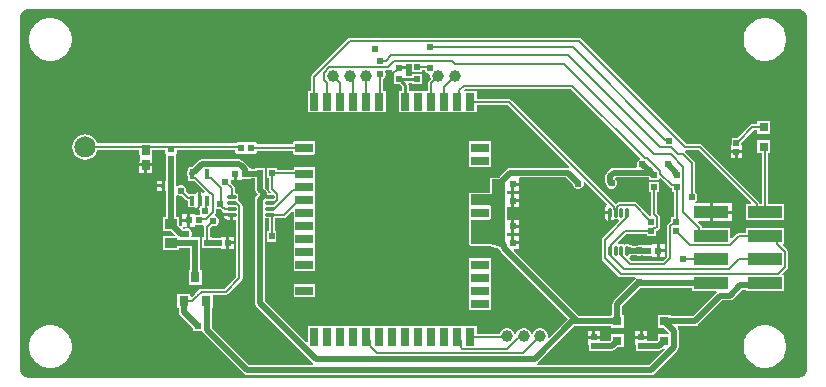
<source format=gtl>
G04*
G04 #@! TF.GenerationSoftware,Altium Limited,Altium Designer,24.4.1 (13)*
G04*
G04 Layer_Physical_Order=1*
G04 Layer_Color=255*
%FSLAX44Y44*%
%MOMM*%
G71*
G04*
G04 #@! TF.SameCoordinates,045E0543-E0AC-4246-A88E-993A7DB0923D*
G04*
G04*
G04 #@! TF.FilePolarity,Positive*
G04*
G01*
G75*
%ADD10C,0.5080*%
%ADD15C,0.1778*%
%ADD16R,2.9500X1.0200*%
%ADD17R,0.5811X0.4725*%
%ADD18R,0.5000X0.6000*%
%ADD19R,1.0000X0.9000*%
%ADD20C,1.0000*%
%ADD21R,1.1000X1.1000*%
%ADD22R,1.5000X0.8000*%
%ADD23R,0.8000X1.5000*%
G04:AMPARAMS|DCode=24|XSize=0.3mm|YSize=0.8mm|CornerRadius=0.0495mm|HoleSize=0mm|Usage=FLASHONLY|Rotation=0.000|XOffset=0mm|YOffset=0mm|HoleType=Round|Shape=RoundedRectangle|*
%AMROUNDEDRECTD24*
21,1,0.3000,0.7010,0,0,0.0*
21,1,0.2010,0.8000,0,0,0.0*
1,1,0.0990,0.1005,-0.3505*
1,1,0.0990,-0.1005,-0.3505*
1,1,0.0990,-0.1005,0.3505*
1,1,0.0990,0.1005,0.3505*
%
%ADD24ROUNDEDRECTD24*%
G04:AMPARAMS|DCode=25|XSize=0.4mm|YSize=0.85mm|CornerRadius=0.05mm|HoleSize=0mm|Usage=FLASHONLY|Rotation=180.000|XOffset=0mm|YOffset=0mm|HoleType=Round|Shape=RoundedRectangle|*
%AMROUNDEDRECTD25*
21,1,0.4000,0.7500,0,0,180.0*
21,1,0.3000,0.8500,0,0,180.0*
1,1,0.1000,-0.1500,0.3750*
1,1,0.1000,0.1500,0.3750*
1,1,0.1000,0.1500,-0.3750*
1,1,0.1000,-0.1500,-0.3750*
%
%ADD25ROUNDEDRECTD25*%
%ADD26R,0.6000X0.6200*%
%ADD27R,0.4725X0.5811*%
G04:AMPARAMS|DCode=28|XSize=0.3mm|YSize=0.8mm|CornerRadius=0.0495mm|HoleSize=0mm|Usage=FLASHONLY|Rotation=90.000|XOffset=0mm|YOffset=0mm|HoleType=Round|Shape=RoundedRectangle|*
%AMROUNDEDRECTD28*
21,1,0.3000,0.7010,0,0,90.0*
21,1,0.2010,0.8000,0,0,90.0*
1,1,0.0990,0.3505,0.1005*
1,1,0.0990,0.3505,-0.1005*
1,1,0.0990,-0.3505,-0.1005*
1,1,0.0990,-0.3505,0.1005*
%
%ADD28ROUNDEDRECTD28*%
%ADD29R,0.8000X0.8000*%
%ADD30R,0.6000X0.5000*%
%ADD31R,0.6200X0.6000*%
%ADD32R,0.6153X0.5725*%
%ADD33R,0.4541X0.3627*%
%ADD34R,0.6500X0.8500*%
%ADD35R,5.0000X1.0000*%
%ADD36R,0.5725X0.6153*%
%ADD37R,0.8000X0.9000*%
%ADD51C,0.0127*%
%ADD52C,0.2032*%
%ADD53C,0.1524*%
%ADD54C,0.2540*%
%ADD55C,0.6096*%
G36*
X661748Y314900D02*
X663333Y314585D01*
X664827Y313967D01*
X666171Y313069D01*
X667315Y311927D01*
X668213Y310584D01*
X668833Y309091D01*
X669150Y307506D01*
X669150Y306698D01*
X669120Y10150D01*
X669120Y10150D01*
X669120Y10150D01*
X669120Y9402D01*
X668829Y7934D01*
X668256Y6552D01*
X667426Y5308D01*
X666368Y4249D01*
X665125Y3417D01*
X663743Y2844D01*
X662275Y2550D01*
X661528Y2550D01*
X10450Y2590D01*
X10450Y2590D01*
X10450Y2590D01*
X9676D01*
X8157Y2892D01*
X6727Y3484D01*
X5439Y4344D01*
X4344Y5439D01*
X3484Y6727D01*
X2892Y8157D01*
X2590Y9676D01*
Y10450D01*
X2590Y10450D01*
X2590Y10450D01*
X2570Y306760D01*
X2570Y307559D01*
X2881Y309127D01*
X3493Y310604D01*
X4380Y311934D01*
X5510Y313065D01*
X6839Y313954D01*
X8315Y314566D01*
X9883Y314880D01*
X10682Y314880D01*
X660940Y314900D01*
X661748Y314900D01*
D02*
G37*
%LPC*%
G36*
X635037Y307050D02*
X631983D01*
X631733Y307000D01*
X631478D01*
X628484Y306404D01*
X628248Y306307D01*
X627998Y306257D01*
X625177Y305089D01*
X624965Y304947D01*
X624729Y304849D01*
X622191Y303153D01*
X622010Y302973D01*
X621798Y302831D01*
X619639Y300672D01*
X619497Y300460D01*
X619317Y300280D01*
X617621Y297741D01*
X617523Y297505D01*
X617381Y297293D01*
X616213Y294472D01*
X616163Y294222D01*
X616066Y293986D01*
X615470Y290992D01*
Y290737D01*
X615420Y290487D01*
Y287433D01*
X615470Y287183D01*
Y286928D01*
X616066Y283934D01*
X616163Y283698D01*
X616213Y283448D01*
X617381Y280627D01*
X617523Y280415D01*
X617621Y280179D01*
X619317Y277640D01*
X619497Y277460D01*
X619639Y277248D01*
X621798Y275089D01*
X622010Y274947D01*
X622191Y274767D01*
X624729Y273071D01*
X624965Y272973D01*
X625177Y272831D01*
X627998Y271663D01*
X628248Y271613D01*
X628484Y271516D01*
X631478Y270920D01*
X631733D01*
X631983Y270870D01*
X635037D01*
X635287Y270920D01*
X635542D01*
X638536Y271516D01*
X638772Y271613D01*
X639022Y271663D01*
X641843Y272831D01*
X642055Y272973D01*
X642291Y273071D01*
X644829Y274767D01*
X645010Y274947D01*
X645222Y275089D01*
X647381Y277248D01*
X647523Y277460D01*
X647703Y277640D01*
X649399Y280179D01*
X649497Y280415D01*
X649639Y280627D01*
X650807Y283448D01*
X650857Y283698D01*
X650954Y283934D01*
X651550Y286928D01*
Y287183D01*
X651600Y287433D01*
Y290487D01*
X651550Y290737D01*
Y290992D01*
X650954Y293986D01*
X650857Y294222D01*
X650807Y294472D01*
X649639Y297293D01*
X649497Y297505D01*
X649399Y297741D01*
X647703Y300280D01*
X647523Y300460D01*
X647381Y300672D01*
X645222Y302831D01*
X645010Y302973D01*
X644829Y303153D01*
X642291Y304849D01*
X642055Y304947D01*
X641843Y305089D01*
X639022Y306257D01*
X638772Y306307D01*
X638536Y306404D01*
X635542Y307000D01*
X635287D01*
X635037Y307050D01*
D02*
G37*
G36*
X30037D02*
X26983D01*
X26733Y307000D01*
X26478D01*
X23484Y306404D01*
X23248Y306307D01*
X22998Y306257D01*
X20177Y305089D01*
X19965Y304947D01*
X19729Y304849D01*
X17191Y303153D01*
X17010Y302973D01*
X16798Y302831D01*
X14639Y300672D01*
X14497Y300460D01*
X14317Y300280D01*
X12621Y297741D01*
X12523Y297505D01*
X12381Y297293D01*
X11213Y294472D01*
X11163Y294222D01*
X11066Y293986D01*
X10470Y290992D01*
Y290737D01*
X10420Y290487D01*
Y287433D01*
X10470Y287183D01*
Y286928D01*
X11066Y283934D01*
X11163Y283698D01*
X11213Y283448D01*
X12381Y280627D01*
X12523Y280415D01*
X12621Y280179D01*
X14317Y277640D01*
X14497Y277460D01*
X14639Y277248D01*
X16798Y275089D01*
X17010Y274947D01*
X17191Y274767D01*
X19729Y273071D01*
X19965Y272973D01*
X20177Y272831D01*
X22998Y271663D01*
X23248Y271613D01*
X23484Y271516D01*
X26478Y270920D01*
X26733D01*
X26983Y270870D01*
X30037D01*
X30287Y270920D01*
X30542D01*
X33536Y271516D01*
X33772Y271613D01*
X34022Y271663D01*
X36843Y272831D01*
X37055Y272973D01*
X37291Y273071D01*
X39829Y274767D01*
X40010Y274947D01*
X40222Y275089D01*
X42381Y277248D01*
X42523Y277460D01*
X42703Y277640D01*
X44399Y280179D01*
X44497Y280415D01*
X44639Y280627D01*
X45807Y283448D01*
X45857Y283698D01*
X45954Y283934D01*
X46550Y286928D01*
Y287183D01*
X46600Y287433D01*
Y290487D01*
X46550Y290737D01*
Y290992D01*
X45954Y293986D01*
X45857Y294222D01*
X45807Y294472D01*
X44639Y297293D01*
X44497Y297505D01*
X44399Y297741D01*
X42703Y300280D01*
X42523Y300460D01*
X42381Y300672D01*
X40222Y302831D01*
X40010Y302973D01*
X39829Y303153D01*
X37291Y304849D01*
X37055Y304947D01*
X36843Y305089D01*
X34022Y306257D01*
X33772Y306307D01*
X33536Y306404D01*
X30542Y307000D01*
X30287D01*
X30037Y307050D01*
D02*
G37*
G36*
X638238Y220276D02*
X627190D01*
Y217342D01*
X622880D01*
X621889Y217145D01*
X621049Y216583D01*
X610113Y205647D01*
X605460D01*
Y199353D01*
X604444D01*
Y195177D01*
X609346D01*
X614248D01*
Y199353D01*
X613232D01*
Y201442D01*
X623953Y212162D01*
X627190D01*
Y209228D01*
X638238D01*
Y220276D01*
D02*
G37*
G36*
X475996Y290626D02*
X282504D01*
X281513Y290429D01*
X280673Y289867D01*
X250099Y259293D01*
X249537Y258453D01*
X249340Y257462D01*
Y245344D01*
X246406D01*
Y227296D01*
X312454D01*
Y245344D01*
X310438D01*
Y255886D01*
X310438Y255886D01*
X311724Y257172D01*
X312420Y258853D01*
Y260671D01*
X312081Y261490D01*
X312929Y262760D01*
X314558D01*
X315549Y262957D01*
X316389Y263519D01*
X317037Y264166D01*
X318210Y263680D01*
Y259410D01*
X319226D01*
Y251226D01*
X324345D01*
X326081Y249490D01*
Y245344D01*
X323406D01*
Y227296D01*
X389454D01*
Y233730D01*
X415671D01*
X467977Y181424D01*
X467352Y180254D01*
X466518Y180420D01*
X417949D01*
X416363Y180104D01*
X415019Y179206D01*
X409896Y174083D01*
X408998Y172739D01*
X408949Y172493D01*
X408541Y172085D01*
X402302D01*
X401136Y171602D01*
X400652Y170436D01*
Y159385D01*
X384522D01*
X383356Y158902D01*
X382872Y157736D01*
Y148846D01*
X383356Y147679D01*
X383406Y147658D01*
Y137333D01*
X383356Y137312D01*
X382872Y136146D01*
Y115850D01*
X383356Y114684D01*
X384522Y114200D01*
X400775D01*
X406166Y112477D01*
Y112216D01*
X406983D01*
X408764Y111647D01*
X408998Y110471D01*
X409896Y109127D01*
X466668Y52355D01*
X450891Y36578D01*
X449753Y37236D01*
X449754Y37241D01*
Y38959D01*
X449309Y40618D01*
X448451Y42106D01*
X447236Y43320D01*
X445748Y44179D01*
X444089Y44624D01*
X442371D01*
X440712Y44179D01*
X439224Y43320D01*
X438009Y42106D01*
X437151Y40618D01*
X436902Y39692D01*
X435588D01*
X435339Y40618D01*
X434481Y42106D01*
X433266Y43320D01*
X431778Y44179D01*
X430119Y44624D01*
X428401D01*
X426742Y44179D01*
X425254Y43320D01*
X424039Y42106D01*
X423181Y40618D01*
X422932Y39692D01*
X421618D01*
X421369Y40618D01*
X420510Y42106D01*
X419296Y43320D01*
X417808Y44179D01*
X416149Y44624D01*
X414431D01*
X412772Y44179D01*
X411284Y43320D01*
X410070Y42106D01*
X409211Y40618D01*
X409021Y39910D01*
X389454D01*
Y46344D01*
X246406D01*
Y33116D01*
X245233Y32630D01*
X209964Y67899D01*
Y122428D01*
Y136984D01*
X210615Y137519D01*
X213230D01*
Y126952D01*
X211796D01*
Y117904D01*
X219844D01*
Y126952D01*
X218410D01*
Y137675D01*
X218413Y137675D01*
X218887Y137992D01*
X226600D01*
X227591Y138189D01*
X228431Y138751D01*
X233233Y143552D01*
X234406Y143066D01*
Y136796D01*
Y125796D01*
Y114796D01*
Y103796D01*
Y92796D01*
X252454D01*
Y103796D01*
Y114796D01*
Y125796D01*
Y136796D01*
Y147796D01*
Y158796D01*
Y169796D01*
Y180844D01*
X234406D01*
Y178612D01*
X220098D01*
Y180546D01*
X212050D01*
Y171498D01*
X213484D01*
Y162430D01*
X213681Y161439D01*
X214243Y160599D01*
X215023Y159819D01*
X214537Y158646D01*
X214403D01*
X213186Y158750D01*
X212870Y160336D01*
X211972Y161680D01*
X210218Y163434D01*
Y176022D01*
X210098Y176623D01*
Y180546D01*
X202050D01*
Y179631D01*
X198055D01*
Y179873D01*
X196915D01*
X196746Y180725D01*
X195848Y182069D01*
X192574Y185343D01*
X191229Y186241D01*
X191029Y186281D01*
X190986Y186324D01*
X189642Y187222D01*
X188056Y187538D01*
X156754D01*
X156754Y187538D01*
X155168Y187222D01*
X153824Y186324D01*
X148394Y180894D01*
X146940D01*
X146150Y180737D01*
X145481Y180289D01*
X145033Y179620D01*
X144876Y178830D01*
Y178232D01*
X144612Y177836D01*
X144296Y176250D01*
Y175080D01*
X144612Y173494D01*
X144876Y173098D01*
Y171330D01*
X145033Y170540D01*
X145481Y169871D01*
X146150Y169423D01*
X146940Y169266D01*
X149373D01*
X149424Y169256D01*
X150169D01*
X159112Y160314D01*
X159115Y160304D01*
X158706Y158923D01*
X158194Y158814D01*
X157626Y159194D01*
X156440Y159430D01*
X156210D01*
Y152580D01*
X153670D01*
Y159430D01*
X153440D01*
X152254Y159194D01*
X151248Y158522D01*
X150956Y158085D01*
X150730Y158237D01*
X149940Y158394D01*
X146940D01*
X146150Y158237D01*
X145700Y157936D01*
X143764Y159873D01*
X143764Y159873D01*
Y161691D01*
X143068Y163372D01*
X141782Y164658D01*
X140101Y165354D01*
X138283D01*
X136602Y164658D01*
X136224Y164279D01*
X134954Y164806D01*
Y182884D01*
X135196D01*
Y191751D01*
X135508Y192218D01*
X135660Y192979D01*
Y195049D01*
X184960D01*
Y194242D01*
X185112Y193481D01*
X185424Y193014D01*
Y192718D01*
X185720D01*
X186187Y192406D01*
X186948Y192254D01*
X193101D01*
X193862Y192406D01*
X194310Y192705D01*
X194758Y192406D01*
X195519Y192254D01*
X201672D01*
X202433Y192406D01*
X202900Y192718D01*
X203196D01*
Y193014D01*
X203508Y193481D01*
X203642Y194154D01*
X233943D01*
Y193320D01*
X234094Y192560D01*
X234406Y192092D01*
Y191796D01*
X234702D01*
X235170Y191484D01*
X235930Y191333D01*
X250930D01*
X251691Y191484D01*
X252158Y191796D01*
X252454D01*
Y192092D01*
X252766Y192560D01*
X252917Y193320D01*
Y201320D01*
X252766Y202080D01*
X252454Y202548D01*
Y202844D01*
X252158D01*
X251691Y203156D01*
X250930Y203307D01*
X235930D01*
X235170Y203156D01*
X234702Y202844D01*
X234406D01*
Y202548D01*
X234094Y202080D01*
X233943Y201320D01*
Y200054D01*
X203642D01*
X203508Y200727D01*
X203196Y201194D01*
Y201490D01*
X202900D01*
X202433Y201802D01*
X201672Y201954D01*
X195519D01*
X194758Y201802D01*
X194310Y201503D01*
X193862Y201802D01*
X193101Y201954D01*
X186948D01*
X186187Y201802D01*
X185720Y201490D01*
X185424D01*
Y201194D01*
X185260Y200949D01*
X134462D01*
X134433Y200968D01*
X133672Y201120D01*
X127948D01*
X127187Y200968D01*
X127158Y200949D01*
X114000D01*
X113994Y200958D01*
Y201254D01*
X113698D01*
X113230Y201566D01*
X112470Y201717D01*
X105970D01*
X105210Y201566D01*
X104742Y201254D01*
X104446D01*
Y200958D01*
X104440Y200949D01*
X68230D01*
X68213Y201031D01*
X67337Y203147D01*
X67192Y203363D01*
X67077Y203596D01*
X65683Y205413D01*
X65488Y205585D01*
X65316Y205780D01*
X63499Y207175D01*
X63266Y207290D01*
X63050Y207434D01*
X60933Y208311D01*
X60678Y208361D01*
X60432Y208445D01*
X58161Y208744D01*
X57902Y208727D01*
X57642Y208744D01*
X55371Y208445D01*
X55125Y208361D01*
X54870Y208311D01*
X52754Y207434D01*
X52538Y207290D01*
X52305Y207175D01*
X50487Y205780D01*
X50316Y205585D01*
X50121Y205413D01*
X48726Y203596D01*
X48611Y203363D01*
X48467Y203147D01*
X47590Y201031D01*
X47539Y200776D01*
X47456Y200529D01*
X47157Y198258D01*
X47174Y197999D01*
X47157Y197740D01*
X47456Y195469D01*
X47539Y195222D01*
X47590Y194968D01*
X48467Y192851D01*
X48611Y192635D01*
X48726Y192402D01*
X50121Y190585D01*
X50316Y190413D01*
X50487Y190218D01*
X52305Y188823D01*
X52538Y188708D01*
X52754Y188564D01*
X54870Y187687D01*
X55125Y187637D01*
X55371Y187553D01*
X57642Y187254D01*
X57902Y187271D01*
X58161Y187254D01*
X60432Y187553D01*
X60678Y187637D01*
X60933Y187687D01*
X63050Y188564D01*
X63266Y188708D01*
X63499Y188823D01*
X65316Y190218D01*
X65487Y190413D01*
X65683Y190585D01*
X67077Y192402D01*
X67192Y192635D01*
X67337Y192851D01*
X68213Y194968D01*
X68230Y195049D01*
X103983D01*
Y191230D01*
X104020Y191040D01*
X103430Y189770D01*
X103430D01*
Y184250D01*
X109220D01*
X115010D01*
Y189770D01*
X115010Y189770D01*
X114420Y191040D01*
X114457Y191230D01*
Y195049D01*
X125960D01*
Y192979D01*
X126112Y192218D01*
X126424Y191751D01*
Y182884D01*
X126666D01*
Y169454D01*
X125227D01*
Y165100D01*
Y160746D01*
X126666D01*
Y138484D01*
X124286D01*
Y126436D01*
X130974D01*
X133753Y123657D01*
X133267Y122484D01*
X124286D01*
Y110436D01*
X137334D01*
Y112696D01*
X146986D01*
Y93494D01*
X145606D01*
Y81446D01*
X156654D01*
Y93494D01*
X155274D01*
Y116018D01*
X155354Y116420D01*
Y116840D01*
X155234Y117441D01*
Y121364D01*
X148793D01*
X147956Y122634D01*
X148336Y123551D01*
Y125369D01*
X147640Y127050D01*
X146354Y128336D01*
X144673Y129032D01*
X142855D01*
X141820Y128604D01*
X140906D01*
X140436Y129219D01*
X141037Y130488D01*
X144304D01*
Y134620D01*
X139958D01*
Y131646D01*
X139958Y130968D01*
X138720Y130410D01*
X137334Y131796D01*
Y138484D01*
X134954D01*
Y156758D01*
X136224Y157285D01*
X136602Y156906D01*
X138283Y156210D01*
X140101D01*
X140101Y156210D01*
X142984Y153328D01*
X143824Y152766D01*
X144815Y152569D01*
X144876D01*
Y148830D01*
X145033Y148040D01*
X145481Y147371D01*
X146150Y146923D01*
X146940Y146766D01*
X149940D01*
X150730Y146923D01*
X150956Y147075D01*
X151248Y146638D01*
X152254Y145966D01*
X153440Y145730D01*
X154403D01*
X154940Y144927D01*
Y143109D01*
X155587Y141546D01*
X155128Y140276D01*
X151191D01*
Y141292D01*
X146844D01*
Y135890D01*
Y130488D01*
X151191D01*
Y131504D01*
X157528D01*
X158620Y130484D01*
X158620Y130286D01*
Y121364D01*
X157186D01*
Y117441D01*
X157066Y116840D01*
X157186Y116239D01*
Y112316D01*
X165234D01*
Y112696D01*
X171605D01*
X172200Y112815D01*
X173470Y111938D01*
Y111938D01*
X177645D01*
Y116840D01*
Y121742D01*
X173470D01*
Y121742D01*
X172200Y120865D01*
X171605Y120984D01*
X165234D01*
Y121364D01*
X163800D01*
Y129411D01*
X165211Y130822D01*
X165616Y130654D01*
X167435D01*
X169115Y131350D01*
X170401Y132637D01*
X171098Y134317D01*
Y136136D01*
X170401Y137816D01*
X169115Y139102D01*
X168297Y139441D01*
X168027Y140169D01*
X167950Y140960D01*
X168373Y141592D01*
X168570Y142583D01*
Y145494D01*
X169840Y146020D01*
X169876Y145984D01*
X171557Y145288D01*
X172614D01*
X174151Y143751D01*
X174991Y143189D01*
X175531Y141852D01*
X182120D01*
Y140582D01*
X183390D01*
Y136483D01*
X185625D01*
X186070Y136117D01*
Y88234D01*
X175933Y78096D01*
X156574D01*
X155583Y77899D01*
X154743Y77338D01*
X150795Y73390D01*
X150513Y72967D01*
X148424Y70878D01*
X147154Y71405D01*
Y73494D01*
X136106D01*
Y61446D01*
X137496D01*
Y58363D01*
X137811Y56777D01*
X138709Y55433D01*
X149395Y44747D01*
Y42291D01*
X152344D01*
X153637Y42034D01*
X153825D01*
X155118Y42291D01*
X157199D01*
X157307Y41749D01*
X158205Y40405D01*
X192396Y6214D01*
X193740Y5316D01*
X195326Y5000D01*
X537363D01*
X538949Y5316D01*
X540293Y6214D01*
X559380Y25301D01*
X560278Y26645D01*
X560594Y28231D01*
Y42350D01*
X560278Y43936D01*
X559567Y45000D01*
X560010Y46270D01*
X574162D01*
X575748Y46586D01*
X577092Y47484D01*
X597600Y67992D01*
X604266D01*
X605852Y68308D01*
X607196Y69206D01*
X614530Y76540D01*
X617176D01*
Y76176D01*
X649724D01*
Y89424D01*
X648838D01*
X648352Y90597D01*
X652571Y94817D01*
X653133Y95657D01*
X653330Y96648D01*
Y108952D01*
X653133Y109943D01*
X652571Y110783D01*
X651083Y112271D01*
X651083Y112271D01*
X648352Y115003D01*
X648838Y116176D01*
X649724D01*
Y129424D01*
X617176D01*
Y125390D01*
X611392D01*
X610401Y125193D01*
X609561Y124631D01*
X605397Y120468D01*
X604224Y120954D01*
Y129424D01*
X580140D01*
Y129758D01*
X579943Y130749D01*
X579381Y131589D01*
X576984Y133987D01*
X577470Y135160D01*
X586680D01*
Y142800D01*
Y150440D01*
X574871D01*
X574581Y151062D01*
X574482Y151710D01*
X575630Y152858D01*
X576326Y154539D01*
Y156357D01*
X575630Y158038D01*
X574344Y159324D01*
X574344Y159324D01*
Y184658D01*
X574147Y185649D01*
X573585Y186489D01*
X566023Y194051D01*
X566044Y194230D01*
X566175Y194682D01*
X566551Y195276D01*
X577311D01*
X621990Y150597D01*
X621504Y149424D01*
X617176D01*
Y136176D01*
X649724D01*
Y149424D01*
X636040D01*
Y192728D01*
X638238D01*
Y203776D01*
X627190D01*
Y192728D01*
X630860D01*
Y149424D01*
X629082D01*
Y149758D01*
X628885Y150749D01*
X628324Y151589D01*
X580215Y199697D01*
X579375Y200259D01*
X578384Y200456D01*
X567239D01*
X477827Y289867D01*
X476987Y290429D01*
X475996Y290626D01*
D02*
G37*
G36*
X614248Y192637D02*
X610616D01*
Y188462D01*
X614248D01*
Y192637D01*
D02*
G37*
G36*
X608076D02*
X604444D01*
Y188462D01*
X608076D01*
Y192637D01*
D02*
G37*
G36*
X401454Y202844D02*
X383406D01*
Y191796D01*
Y180796D01*
X401454D01*
Y191796D01*
Y202844D01*
D02*
G37*
G36*
X115010Y181710D02*
X110490D01*
Y176190D01*
X115010D01*
Y181710D01*
D02*
G37*
G36*
X107950D02*
X103430D01*
Y176190D01*
X107950D01*
Y181710D01*
D02*
G37*
G36*
X122687Y169454D02*
X119146D01*
Y166370D01*
X122687D01*
Y169454D01*
D02*
G37*
G36*
X85440Y162185D02*
X59170D01*
Y161298D01*
X85440D01*
Y162185D01*
D02*
G37*
G36*
X56630D02*
X30360D01*
Y161298D01*
X56630D01*
Y162185D01*
D02*
G37*
G36*
X122687Y163830D02*
X119146D01*
Y160746D01*
X122687D01*
Y163830D01*
D02*
G37*
G36*
X605240Y150440D02*
X589220D01*
Y144070D01*
X605240D01*
Y150440D01*
D02*
G37*
G36*
X144304Y141292D02*
X139958D01*
Y137160D01*
X144304D01*
Y141292D01*
D02*
G37*
G36*
X180850Y139312D02*
X175573D01*
X175756Y138393D01*
X176427Y137389D01*
X177431Y136718D01*
X178615Y136483D01*
X180850D01*
Y139312D01*
D02*
G37*
G36*
X605240Y141530D02*
X589220D01*
Y135160D01*
X605240D01*
Y141530D01*
D02*
G37*
G36*
X184361Y121742D02*
X180185D01*
Y118110D01*
X184361D01*
Y121742D01*
D02*
G37*
G36*
Y115570D02*
X180185D01*
Y111938D01*
X184361D01*
Y115570D01*
D02*
G37*
G36*
X252454Y81844D02*
X234406D01*
Y70796D01*
X252454D01*
Y81844D01*
D02*
G37*
G36*
X401454Y103844D02*
X383406D01*
Y92796D01*
Y81796D01*
Y70796D01*
Y59796D01*
X401454D01*
Y70796D01*
Y81796D01*
Y92796D01*
Y103844D01*
D02*
G37*
G36*
X635037Y47050D02*
X631983D01*
X631733Y47000D01*
X631478D01*
X628484Y46404D01*
X628248Y46307D01*
X627998Y46257D01*
X625177Y45089D01*
X624965Y44947D01*
X624729Y44849D01*
X622191Y43153D01*
X622010Y42973D01*
X621798Y42831D01*
X619639Y40672D01*
X619497Y40460D01*
X619317Y40279D01*
X617621Y37741D01*
X617523Y37505D01*
X617381Y37293D01*
X616213Y34472D01*
X616163Y34222D01*
X616066Y33986D01*
X615470Y30992D01*
Y30737D01*
X615420Y30487D01*
Y27433D01*
X615470Y27183D01*
Y26928D01*
X616066Y23934D01*
X616163Y23698D01*
X616213Y23448D01*
X617381Y20627D01*
X617523Y20415D01*
X617621Y20179D01*
X619317Y17641D01*
X619497Y17460D01*
X619639Y17248D01*
X621798Y15089D01*
X622010Y14947D01*
X622191Y14767D01*
X624729Y13071D01*
X624965Y12973D01*
X625177Y12831D01*
X627998Y11663D01*
X628248Y11613D01*
X628484Y11516D01*
X631478Y10920D01*
X631733D01*
X631983Y10870D01*
X635037D01*
X635287Y10920D01*
X635542D01*
X638536Y11516D01*
X638772Y11613D01*
X639022Y11663D01*
X641843Y12831D01*
X642055Y12973D01*
X642291Y13071D01*
X644829Y14767D01*
X645010Y14947D01*
X645222Y15089D01*
X647381Y17248D01*
X647523Y17460D01*
X647703Y17641D01*
X649399Y20179D01*
X649497Y20415D01*
X649639Y20627D01*
X650807Y23448D01*
X650857Y23698D01*
X650954Y23934D01*
X651550Y26928D01*
Y27183D01*
X651600Y27433D01*
Y30487D01*
X651550Y30737D01*
Y30992D01*
X650954Y33986D01*
X650857Y34222D01*
X650807Y34472D01*
X649639Y37293D01*
X649497Y37505D01*
X649399Y37741D01*
X647703Y40279D01*
X647523Y40460D01*
X647381Y40672D01*
X645222Y42831D01*
X645010Y42973D01*
X644829Y43153D01*
X642291Y44849D01*
X642055Y44947D01*
X641843Y45089D01*
X639022Y46257D01*
X638772Y46307D01*
X638536Y46404D01*
X635542Y47000D01*
X635287D01*
X635037Y47050D01*
D02*
G37*
G36*
X30037D02*
X26983D01*
X26733Y47000D01*
X26478D01*
X23484Y46404D01*
X23248Y46307D01*
X22998Y46257D01*
X20177Y45089D01*
X19965Y44947D01*
X19729Y44849D01*
X17191Y43153D01*
X17010Y42973D01*
X16798Y42831D01*
X14639Y40672D01*
X14497Y40460D01*
X14317Y40279D01*
X12621Y37741D01*
X12523Y37505D01*
X12381Y37293D01*
X11213Y34472D01*
X11163Y34222D01*
X11066Y33986D01*
X10470Y30992D01*
Y30737D01*
X10420Y30487D01*
Y27433D01*
X10470Y27183D01*
Y26928D01*
X11066Y23934D01*
X11163Y23698D01*
X11213Y23448D01*
X12381Y20627D01*
X12523Y20415D01*
X12621Y20179D01*
X14317Y17641D01*
X14497Y17460D01*
X14639Y17248D01*
X16798Y15089D01*
X17010Y14947D01*
X17191Y14767D01*
X19729Y13071D01*
X19965Y12973D01*
X20177Y12831D01*
X22998Y11663D01*
X23248Y11613D01*
X23484Y11516D01*
X26478Y10920D01*
X26733D01*
X26983Y10870D01*
X30037D01*
X30287Y10920D01*
X30542D01*
X33536Y11516D01*
X33772Y11613D01*
X34022Y11663D01*
X36843Y12831D01*
X37055Y12973D01*
X37291Y13071D01*
X39829Y14767D01*
X40010Y14947D01*
X40222Y15089D01*
X42381Y17248D01*
X42523Y17460D01*
X42703Y17641D01*
X44399Y20179D01*
X44497Y20415D01*
X44639Y20627D01*
X45807Y23448D01*
X45857Y23698D01*
X45954Y23934D01*
X46550Y26928D01*
Y27183D01*
X46600Y27433D01*
Y30487D01*
X46550Y30737D01*
Y30992D01*
X45954Y33986D01*
X45857Y34222D01*
X45807Y34472D01*
X44639Y37293D01*
X44497Y37505D01*
X44399Y37741D01*
X42703Y40279D01*
X42523Y40460D01*
X42381Y40672D01*
X40222Y42831D01*
X40010Y42973D01*
X39829Y43153D01*
X37291Y44849D01*
X37055Y44947D01*
X36843Y45089D01*
X34022Y46257D01*
X33772Y46307D01*
X33536Y46404D01*
X30542Y47000D01*
X30287D01*
X30037Y47050D01*
D02*
G37*
%LPD*%
G36*
X334566Y261326D02*
X343614D01*
Y262760D01*
X345600D01*
X345882Y262078D01*
X347168Y260792D01*
X348849Y260096D01*
X349414D01*
X350388Y258826D01*
X350346Y258669D01*
Y256951D01*
X350769Y255372D01*
X349099Y253701D01*
X348537Y252861D01*
X348340Y251870D01*
Y245344D01*
X331779D01*
Y250670D01*
X331779Y250670D01*
X331667Y251231D01*
X332478Y252501D01*
X334566D01*
Y251326D01*
X343614D01*
Y259374D01*
X334566D01*
Y258199D01*
X329632D01*
X329490Y259410D01*
X329490D01*
Y263680D01*
X323850D01*
Y266220D01*
X329490D01*
Y267900D01*
X334566D01*
Y261326D01*
D02*
G37*
G36*
X60421Y206303D02*
X61992Y205652D01*
X63407Y204707D01*
X64610Y203504D01*
X65555Y202090D01*
X66206Y200518D01*
X66538Y198850D01*
Y197999D01*
Y197148D01*
X66206Y195480D01*
X65555Y193908D01*
X64610Y192494D01*
X63407Y191291D01*
X61992Y190346D01*
X60421Y189695D01*
X58752Y189363D01*
X57051D01*
X55383Y189695D01*
X53811Y190346D01*
X52397Y191291D01*
X51194Y192494D01*
X50249Y193908D01*
X49598Y195480D01*
X49266Y197148D01*
Y197999D01*
Y198850D01*
X49598Y200518D01*
X50249Y202090D01*
X51194Y203504D01*
X52397Y204707D01*
X53811Y205652D01*
X55383Y206303D01*
X57051Y206635D01*
X58752D01*
X60421Y206303D01*
D02*
G37*
G36*
X527991Y188690D02*
X527693Y187192D01*
X527254Y187010D01*
X525968Y185724D01*
X525272Y184043D01*
Y182225D01*
X525494Y181690D01*
X524645Y180420D01*
X505416D01*
X503831Y180104D01*
X502486Y179206D01*
X499511Y176230D01*
X498612Y174886D01*
X498297Y173300D01*
Y168648D01*
X498612Y167063D01*
X499110Y166318D01*
Y166223D01*
X499806Y164542D01*
X501092Y163256D01*
X502773Y162560D01*
X504591D01*
X506272Y163256D01*
X507558Y164542D01*
X508254Y166223D01*
Y168041D01*
X507558Y169722D01*
X506584Y170695D01*
Y171584D01*
X507133Y172132D01*
X534972D01*
Y170140D01*
X538636D01*
X539036Y170060D01*
X539456D01*
X539856Y170140D01*
X544020D01*
Y171002D01*
X545193Y171488D01*
X552912Y163769D01*
X553753Y163208D01*
X554530Y163053D01*
Y160140D01*
X556464D01*
Y138895D01*
X554406D01*
Y135096D01*
X553886Y134993D01*
X553046Y134431D01*
X551558Y132943D01*
X550997Y132103D01*
X550800Y131112D01*
Y104882D01*
X547313Y101396D01*
X520727D01*
X518624Y103498D01*
X518748Y104352D01*
X518979Y104939D01*
X519485Y105277D01*
X519931Y105945D01*
X519960Y106092D01*
X525319D01*
X526184Y105734D01*
X528003D01*
X528868Y106092D01*
X530043D01*
Y105850D01*
X537598D01*
Y104834D01*
X541945D01*
Y110236D01*
Y115638D01*
X537598D01*
Y114622D01*
X530043D01*
Y114622D01*
X528773Y114559D01*
X528003Y114878D01*
X526184D01*
X524981Y114380D01*
X521050D01*
X520762Y114572D01*
X519772Y114769D01*
X519485Y115199D01*
X518817Y115645D01*
X518029Y115801D01*
X516019D01*
X515231Y115645D01*
X514563Y115199D01*
X514485D01*
X513817Y115645D01*
X513029Y115801D01*
X511019D01*
X510231Y115645D01*
X510154Y115593D01*
X509193Y115943D01*
X508931Y117284D01*
X516211Y124565D01*
X533578D01*
Y122725D01*
X541350D01*
Y126524D01*
X541870Y126627D01*
X542710Y127189D01*
X544198Y128677D01*
X544759Y129517D01*
X544956Y130508D01*
Y138423D01*
X544759Y139414D01*
X544198Y140254D01*
X542086Y142366D01*
Y160140D01*
X544020D01*
Y168188D01*
X534972D01*
Y160140D01*
X536906D01*
Y141293D01*
X537103Y140302D01*
X537139Y140249D01*
X536152Y139440D01*
X524983Y150609D01*
X524142Y151171D01*
X523151Y151368D01*
X509762D01*
X508771Y151171D01*
X507931Y150609D01*
X507024Y149703D01*
X418575Y238151D01*
X417735Y238713D01*
X416744Y238910D01*
X389454D01*
Y240796D01*
X389504Y241046D01*
X389454Y241296D01*
Y245344D01*
X379151D01*
X378679Y246450D01*
X379418Y247346D01*
X469335D01*
X527991Y188690D01*
D02*
G37*
G36*
X413732Y114556D02*
X415366Y112922D01*
Y112216D01*
X416072D01*
X417796Y110491D01*
X409266Y113218D01*
D01*
X407485Y113787D01*
X407485D01*
X401032Y115850D01*
X384850D01*
X384618Y115946D01*
X384522Y116178D01*
Y135817D01*
X384658Y136146D01*
X401032D01*
Y136796D01*
X401454D01*
Y147844D01*
X401032D01*
Y148846D01*
X384658D01*
X384522Y149174D01*
Y157408D01*
X384618Y157640D01*
X384850Y157736D01*
X402302D01*
Y170107D01*
X402398Y170340D01*
X402630Y170436D01*
X413732D01*
Y114556D01*
D02*
G37*
G36*
X571676Y76176D02*
X592329D01*
X592678Y75556D01*
X592794Y74906D01*
X572446Y54558D01*
X553910D01*
Y55938D01*
X542862D01*
Y44890D01*
X548050D01*
X552232Y40708D01*
X552127Y39438D01*
X542862D01*
Y34250D01*
X542325Y33713D01*
X533558D01*
Y35610D01*
X528656D01*
X523754D01*
Y31435D01*
X523754D01*
X524631Y30165D01*
X524512Y29569D01*
X524770Y28276D01*
Y25140D01*
X532542D01*
Y25426D01*
X544041D01*
X545627Y25741D01*
X546971Y26639D01*
X548010Y27678D01*
X548203Y27640D01*
X548621Y26262D01*
X535647Y13288D01*
X441145D01*
X440947Y13534D01*
X441206Y15234D01*
X441391Y15358D01*
X472303Y46270D01*
X502902D01*
Y44890D01*
X513950D01*
Y55938D01*
X512570D01*
Y62972D01*
X528254Y78656D01*
X571676D01*
Y76176D01*
D02*
G37*
G36*
X470916Y166018D02*
Y165969D01*
X471612Y164288D01*
X472898Y163002D01*
X474579Y162306D01*
X476397D01*
X478078Y163002D01*
X479364Y164288D01*
X480060Y165969D01*
Y167546D01*
X480740Y168008D01*
X481233Y168168D01*
X499642Y149760D01*
X499337Y148269D01*
X498831Y147931D01*
X498160Y146927D01*
X497925Y145743D01*
Y143508D01*
X502024D01*
Y142238D01*
X503294D01*
Y135691D01*
X504213Y135874D01*
X505217Y136545D01*
X505388Y136800D01*
X506019Y136674D01*
X508029D01*
X508817Y136831D01*
X508901Y136881D01*
X509839Y136526D01*
X510107Y135219D01*
X510101Y135175D01*
X496009Y121083D01*
X495447Y120243D01*
X495250Y119252D01*
Y104140D01*
X495447Y103149D01*
X496009Y102309D01*
X509471Y88847D01*
X510311Y88285D01*
X511302Y88088D01*
X523564D01*
X524090Y86818D01*
X523218Y85946D01*
X522789Y84911D01*
X505496Y67618D01*
X504598Y66274D01*
X504282Y64688D01*
Y55938D01*
X502902D01*
Y54558D01*
X476185D01*
X420716Y110027D01*
X421202Y111200D01*
X425430D01*
Y115570D01*
X419890D01*
Y116840D01*
X418620D01*
Y122480D01*
X415382D01*
Y125170D01*
X418620D01*
Y130810D01*
Y136450D01*
X415382D01*
Y146760D01*
X418620D01*
Y152400D01*
Y158040D01*
X415382D01*
Y160730D01*
X418620D01*
Y166370D01*
X419890D01*
Y167640D01*
X425430D01*
Y172010D01*
X426649Y172132D01*
X464802D01*
X470916Y166018D01*
D02*
G37*
G36*
X186154Y170085D02*
X190500D01*
Y171101D01*
X198055D01*
Y171343D01*
X201930D01*
Y161718D01*
X202246Y160132D01*
X203144Y158788D01*
X204326Y157606D01*
X202890Y156169D01*
X201992Y154825D01*
X201676Y153239D01*
Y122428D01*
Y66183D01*
X201992Y64597D01*
X202890Y63253D01*
X250785Y15358D01*
X250970Y15234D01*
X251229Y13534D01*
X251031Y13288D01*
X197042D01*
X165565Y44765D01*
Y50064D01*
X165279D01*
Y61446D01*
X166154D01*
Y72917D01*
X177006D01*
X177997Y73114D01*
X178837Y73675D01*
X190491Y85330D01*
X191053Y86170D01*
X191250Y87161D01*
Y147844D01*
X191053Y148835D01*
X190491Y149675D01*
X188713Y151453D01*
X188086Y151872D01*
X188029Y151929D01*
X187798Y152084D01*
X187688Y152243D01*
X187333Y153465D01*
X187527Y153789D01*
X187684Y154577D01*
Y156587D01*
X187527Y157375D01*
X187081Y158043D01*
X186413Y158489D01*
X185625Y158646D01*
X184710D01*
Y162812D01*
X184513Y163803D01*
X183951Y164643D01*
X181102Y167493D01*
X181102Y167493D01*
Y169311D01*
X181619Y170085D01*
X183613D01*
Y175487D01*
X186154D01*
Y170085D01*
D02*
G37*
%LPC*%
G36*
X548831Y115638D02*
X544485D01*
Y111506D01*
X548831D01*
Y115638D01*
D02*
G37*
G36*
Y108966D02*
X544485D01*
Y104834D01*
X548831D01*
Y108966D01*
D02*
G37*
G36*
X533558Y42325D02*
X529926D01*
Y38150D01*
X533558D01*
Y42325D01*
D02*
G37*
G36*
X493598D02*
X489966D01*
Y38150D01*
X493598D01*
Y42325D01*
D02*
G37*
G36*
X527386D02*
X523754D01*
Y38150D01*
X527386D01*
Y42325D01*
D02*
G37*
G36*
X487426D02*
X483794D01*
Y38150D01*
X487426D01*
Y42325D01*
D02*
G37*
G36*
X513950Y39438D02*
X502902D01*
Y34250D01*
X502365Y33713D01*
X493598D01*
Y35610D01*
X488696D01*
X483794D01*
Y31435D01*
X483794D01*
X484671Y30165D01*
X484552Y29569D01*
X484810Y28276D01*
Y25140D01*
X492582D01*
Y25426D01*
X504081D01*
X505667Y25741D01*
X507011Y26639D01*
X508762Y28390D01*
X513950D01*
Y39438D01*
D02*
G37*
G36*
X425430Y165100D02*
X421160D01*
Y160730D01*
X425430D01*
Y165100D01*
D02*
G37*
G36*
Y158040D02*
X421160D01*
Y153670D01*
X425430D01*
Y158040D01*
D02*
G37*
G36*
Y151130D02*
X421160D01*
Y146760D01*
X425430D01*
Y151130D01*
D02*
G37*
G36*
X500754Y140968D02*
X497925D01*
Y138733D01*
X498160Y137549D01*
X498831Y136545D01*
X499835Y135874D01*
X500754Y135691D01*
Y140968D01*
D02*
G37*
G36*
X425430Y136450D02*
X421160D01*
Y132080D01*
X425430D01*
Y136450D01*
D02*
G37*
G36*
Y129540D02*
X421160D01*
Y125170D01*
X425430D01*
Y129540D01*
D02*
G37*
G36*
Y122480D02*
X421160D01*
Y118110D01*
X425430D01*
Y122480D01*
D02*
G37*
%LPD*%
D10*
X503682Y167132D02*
Y167407D01*
X502441Y168648D02*
X503682Y167407D01*
X502441Y168648D02*
Y173300D01*
X505416Y176276D02*
X535420D01*
X502441Y173300D02*
X505416Y176276D01*
X530720Y182940D02*
X536402Y177258D01*
X539036Y174624D01*
X475488Y166878D02*
Y167153D01*
X474980Y167661D02*
X475488Y167153D01*
X474980Y167661D02*
Y167814D01*
X466518Y176276D02*
X474980Y167814D01*
X417949Y176276D02*
X466518D01*
X193240Y175487D02*
X204151D01*
X519684Y110236D02*
X534643D01*
X189644Y182413D02*
X192918Y179139D01*
X189037Y182413D02*
X189644D01*
X188056Y183394D02*
X189037Y182413D01*
X156754Y183394D02*
X188056D01*
X150150Y176790D02*
X156754Y183394D01*
X438461Y18288D02*
X470587Y50414D01*
X205820Y66183D02*
X253715Y18288D01*
X438461D01*
X130810Y132460D02*
Y187484D01*
X133270Y130000D02*
X138810Y124460D01*
X143764D01*
X130810Y132460D02*
X131310D01*
X133270Y130500D01*
Y130000D02*
Y130500D01*
X192918Y175809D02*
X193240Y175487D01*
X148980Y176790D02*
X150150D01*
X192918Y175809D02*
Y179139D01*
X148440Y176250D02*
X148980Y176790D01*
X148440Y175080D02*
Y176250D01*
X206074Y161718D02*
X209042Y158750D01*
X206074Y175602D02*
Y176022D01*
Y161718D02*
Y175602D01*
X204151Y175487D02*
X204226Y175562D01*
X206034D02*
X206074Y175602D01*
X204226Y175562D02*
X206034D01*
X205820Y153239D02*
X208727Y156146D01*
X205820Y122428D02*
Y153239D01*
X474469Y50414D02*
X508426D01*
X470587D02*
X474469D01*
X205820Y66183D02*
Y122428D01*
X161135Y43335D02*
X195326Y9144D01*
X537363D02*
X556450Y28231D01*
X195326Y9144D02*
X537363D01*
X161210Y116840D02*
X171605D01*
X130810Y132460D02*
X130810Y132460D01*
X130810Y116460D02*
X131190Y116840D01*
X151210D01*
X151130Y116340D02*
X151210Y116420D01*
X151130Y87470D02*
Y116340D01*
X151210Y116420D02*
Y116840D01*
X153282Y46533D02*
X153637Y46178D01*
X153282Y46533D02*
Y46720D01*
X141639Y58363D02*
X153282Y46720D01*
X153637Y46178D02*
X153825D01*
X141639Y58363D02*
Y67461D01*
X141630Y67470D02*
X141639Y67461D01*
X161135Y43335D02*
Y46178D01*
Y66965D01*
X160630Y67470D02*
X161135Y66965D01*
X530038Y182940D02*
X530720D01*
X529844Y183134D02*
X530038Y182940D01*
X508426Y50414D02*
Y64688D01*
X527094Y83356D01*
X527924Y82800D02*
X587950D01*
X527369Y83356D02*
X527924Y82800D01*
X527094Y83356D02*
X527369D01*
X539036Y174204D02*
Y174624D01*
Y174204D02*
X539456D01*
X410690Y166370D02*
X411150Y166830D01*
Y168834D01*
X412826Y170510D01*
Y171153D01*
X417949Y176276D01*
X558594Y174204D02*
X558634Y174164D01*
X551688Y183134D02*
X558594Y176228D01*
X558634Y174164D02*
X559054D01*
X558594Y174204D02*
Y176228D01*
X519176Y110744D02*
X519684Y110236D01*
X595884Y72136D02*
X604266D01*
X548386Y50414D02*
X574162D01*
X595884Y72136D01*
X548386Y50414D02*
X556450Y42350D01*
X612814Y80684D02*
X631334D01*
X604266Y72136D02*
X612814Y80684D01*
X631334D02*
X633450Y82800D01*
X544041Y29569D02*
X548386Y33914D01*
X528656Y29569D02*
X544041D01*
X488696D02*
X504081D01*
X508426Y33914D01*
X412826Y112057D02*
X474469Y50414D01*
X412826Y112057D02*
Y114604D01*
X410690Y116740D02*
X412826Y114604D01*
X410690Y116740D02*
Y116840D01*
X556450Y28231D02*
Y42350D01*
D15*
X243214Y197104D02*
X243430Y197320D01*
X198596Y197104D02*
X243214D01*
X66538Y197999D02*
X189129D01*
X57902D02*
X66538D01*
X189129D02*
X190024Y197104D01*
D16*
X587950Y142800D02*
D03*
Y122800D02*
D03*
Y102800D02*
D03*
Y82800D02*
D03*
X633450Y142800D02*
D03*
Y122800D02*
D03*
Y102800D02*
D03*
Y82800D02*
D03*
D17*
X153825Y46178D02*
D03*
X161135D02*
D03*
X171605Y116840D02*
D03*
X178915D02*
D03*
D18*
X151210D02*
D03*
X161210D02*
D03*
X216074Y176022D02*
D03*
X206074D02*
D03*
X205820Y122428D02*
D03*
X215820D02*
D03*
D19*
X130810Y132460D02*
D03*
Y116460D02*
D03*
D20*
X295910Y257810D02*
D03*
X281940D02*
D03*
X267970D02*
D03*
X370840D02*
D03*
X356870D02*
D03*
X415290Y38100D02*
D03*
X429260D02*
D03*
X443230D02*
D03*
X57902Y197999D02*
D03*
D21*
X370430Y210320D02*
D03*
X370430Y189320D02*
D03*
Y168320D02*
D03*
Y147320D02*
D03*
Y126320D02*
D03*
Y105320D02*
D03*
Y84320D02*
D03*
Y63320D02*
D03*
X349430Y210320D02*
D03*
X349430Y189320D02*
D03*
Y168320D02*
D03*
Y147320D02*
D03*
Y126320D02*
D03*
Y105320D02*
D03*
Y84320D02*
D03*
Y63320D02*
D03*
X328430Y210320D02*
D03*
X328430Y189320D02*
D03*
Y168320D02*
D03*
Y147320D02*
D03*
Y126320D02*
D03*
Y105320D02*
D03*
Y84320D02*
D03*
Y63320D02*
D03*
X307430Y210320D02*
D03*
X307430Y189320D02*
D03*
Y168320D02*
D03*
Y147320D02*
D03*
Y126320D02*
D03*
Y105320D02*
D03*
Y84320D02*
D03*
Y63320D02*
D03*
X286430Y210320D02*
D03*
X286430Y189320D02*
D03*
Y168320D02*
D03*
Y147320D02*
D03*
Y126320D02*
D03*
Y105320D02*
D03*
Y84320D02*
D03*
Y63320D02*
D03*
X265430Y210320D02*
D03*
X265430Y189320D02*
D03*
Y168320D02*
D03*
Y147320D02*
D03*
Y126320D02*
D03*
Y105320D02*
D03*
Y84320D02*
D03*
Y63320D02*
D03*
D22*
X392430Y208320D02*
D03*
Y197320D02*
D03*
Y186320D02*
D03*
Y175320D02*
D03*
Y164320D02*
D03*
Y153320D02*
D03*
Y142320D02*
D03*
Y131320D02*
D03*
Y120320D02*
D03*
Y109320D02*
D03*
Y98320D02*
D03*
Y87320D02*
D03*
Y76320D02*
D03*
Y65320D02*
D03*
X243430D02*
D03*
Y76320D02*
D03*
Y87320D02*
D03*
Y98320D02*
D03*
Y109320D02*
D03*
Y120320D02*
D03*
Y131320D02*
D03*
Y142320D02*
D03*
Y153320D02*
D03*
Y164320D02*
D03*
Y175320D02*
D03*
Y186320D02*
D03*
Y197320D02*
D03*
Y208320D02*
D03*
D23*
X383930Y37320D02*
D03*
X372930D02*
D03*
X361930D02*
D03*
X350930D02*
D03*
X339930D02*
D03*
X328930D02*
D03*
X317930D02*
D03*
X306930D02*
D03*
X295930D02*
D03*
X284930D02*
D03*
X273930D02*
D03*
X262930D02*
D03*
X251930D02*
D03*
Y236320D02*
D03*
X306930D02*
D03*
X295930D02*
D03*
X262930D02*
D03*
X273930D02*
D03*
X284930D02*
D03*
X317930D02*
D03*
X328930D02*
D03*
X339930D02*
D03*
X350930D02*
D03*
X361930D02*
D03*
X372930D02*
D03*
X383930D02*
D03*
D24*
X517024Y142238D02*
D03*
X512024D02*
D03*
X507024D02*
D03*
X502024D02*
D03*
X517024Y110238D02*
D03*
X512024D02*
D03*
X507024D02*
D03*
X502024D02*
D03*
D25*
X148440Y152580D02*
D03*
X154940D02*
D03*
X161440D02*
D03*
Y175080D02*
D03*
X148440D02*
D03*
D26*
X419890Y116840D02*
D03*
X410690D02*
D03*
X419890Y166370D02*
D03*
X410690D02*
D03*
Y130810D02*
D03*
X419890D02*
D03*
X410690Y152400D02*
D03*
X419890D02*
D03*
D27*
X558292Y134465D02*
D03*
Y127155D02*
D03*
X537464D02*
D03*
Y134465D02*
D03*
X609346Y193907D02*
D03*
Y201218D02*
D03*
X488696Y29569D02*
D03*
Y36880D02*
D03*
X528656Y29569D02*
D03*
Y36880D02*
D03*
D28*
X182120Y155582D02*
D03*
Y150582D02*
D03*
Y145582D02*
D03*
Y140582D02*
D03*
X214120Y155582D02*
D03*
Y150582D02*
D03*
Y145582D02*
D03*
Y140582D02*
D03*
D29*
X632714Y198252D02*
D03*
Y214752D02*
D03*
X508426Y33914D02*
D03*
Y50414D02*
D03*
X548386D02*
D03*
Y33914D02*
D03*
D30*
X559054Y164164D02*
D03*
Y174164D02*
D03*
X539496Y164164D02*
D03*
Y174164D02*
D03*
X339090Y265350D02*
D03*
Y255350D02*
D03*
D31*
X323850Y255750D02*
D03*
Y264950D02*
D03*
D32*
X543215Y110236D02*
D03*
X534643D02*
D03*
X145574Y135890D02*
D03*
X154146D02*
D03*
X190024Y197104D02*
D03*
X198596D02*
D03*
X184883Y175487D02*
D03*
X193455D02*
D03*
D33*
X123957Y165100D02*
D03*
X130043D02*
D03*
D34*
X109220Y195480D02*
D03*
Y182980D02*
D03*
D35*
X55360Y225940D02*
D03*
X57900Y168838D02*
D03*
D36*
X130810Y196056D02*
D03*
Y187484D02*
D03*
D37*
X151130Y87470D02*
D03*
X160630Y67470D02*
D03*
X141630D02*
D03*
D51*
X74316Y210191D02*
G03*
X41487Y210191I-16415J-12192D01*
G01*
Y185807D02*
G03*
X74316Y185807I16415J12192D01*
G01*
X66538Y197999D02*
G03*
X66538Y197999I-8636J0D01*
G01*
X22342Y162185D02*
X93462D01*
Y185807D01*
X22342D02*
X41487D01*
X22342Y210191D02*
X41487D01*
X22342Y162185D02*
Y185807D01*
X74316Y210191D02*
X93462D01*
X22342D02*
Y233813D01*
X93462Y210191D02*
Y233813D01*
X74316Y185807D02*
X93462D01*
X22342Y233813D02*
X93462D01*
D52*
X553390Y103810D02*
Y131112D01*
X548386Y98806D02*
X553390Y103810D01*
X519654Y98806D02*
X548386D01*
X553390Y131112D02*
X554878Y132600D01*
X543215Y115987D02*
X547116Y119888D01*
X543215Y110236D02*
Y115987D01*
X282504Y288036D02*
X475996D01*
X251930Y257462D02*
X282504Y288036D01*
X318210Y259802D02*
X320486Y262078D01*
X320878D01*
X323750Y264950D01*
X323850D01*
X318210Y236600D02*
Y259802D01*
X317930Y236320D02*
X318210Y236600D01*
X314558Y265350D02*
X319698Y270490D01*
X264847Y265350D02*
X314558D01*
X319698Y270490D02*
X368823D01*
X260430Y260933D02*
X264847Y265350D01*
X375914Y28470D02*
Y34336D01*
X372930Y37320D02*
X375914Y34336D01*
X305434Y23724D02*
X428854D01*
X443230Y38100D01*
X415133Y27280D02*
X424429Y36575D01*
X375914Y28470D02*
X377104Y27280D01*
X300390Y28768D02*
X305434Y23724D01*
X377104Y27280D02*
X415133D01*
X502022Y142240D02*
X502024Y142238D01*
X492506Y142240D02*
X502022D01*
X571754Y155448D02*
Y184658D01*
X564040Y192372D02*
X571754Y184658D01*
X559671Y192372D02*
X564040D01*
X554431Y197612D02*
X559671Y192372D01*
X174107Y147457D02*
X175982Y145582D01*
X182120D01*
X172974Y150129D02*
Y163546D01*
X164542Y171978D02*
X172974Y163546D01*
X298914Y30244D02*
Y34336D01*
X295930Y37320D02*
X298914Y34336D01*
Y30244D02*
X300390Y28768D01*
Y28768D02*
Y28768D01*
X152626Y71418D02*
Y71558D01*
X156574Y75506D01*
X177006D01*
X188660Y87161D02*
Y147844D01*
X177006Y75506D02*
X188660Y87161D01*
X141630Y67470D02*
X148678D01*
X186882Y149622D02*
X188660Y147844D01*
X186674Y149622D02*
X186882D01*
X186198Y150098D02*
X186674Y149622D01*
X148678Y67470D02*
X152626Y71418D01*
X182120Y150582D02*
X182604Y150098D01*
X186198D01*
X165980Y142583D02*
Y157589D01*
X160270Y136874D02*
X165980Y142583D01*
X155129Y136874D02*
X160270D01*
X154146Y135890D02*
X155129Y136874D01*
X159512Y144018D02*
Y145118D01*
X160576Y146182D02*
Y151716D01*
X161440Y152580D01*
X161210Y130484D02*
X165952Y135226D01*
X161210Y116840D02*
Y130484D01*
X159512Y145118D02*
X160576Y146182D01*
X139192Y160782D02*
X144815Y155159D01*
X148440Y152580D02*
Y154175D01*
X147456Y155159D02*
X148440Y154175D01*
X144815Y155159D02*
X147456D01*
X182120Y155582D02*
Y162812D01*
X176530Y168402D02*
X182120Y162812D01*
X162424Y171978D02*
X164542D01*
X161440Y172962D02*
X162424Y171978D01*
X161440Y172962D02*
Y175080D01*
X148440Y172830D02*
X149424Y171846D01*
X151242D01*
X163718Y159370D01*
X148440Y172830D02*
Y175080D01*
X164199Y159370D02*
X165980Y157589D01*
X163718Y159370D02*
X164199D01*
X146765Y144266D02*
X151830D01*
X154440Y146876D01*
Y152080D02*
X154940Y152580D01*
X145574Y135890D02*
Y143076D01*
X146765Y144266D01*
X154440Y146876D02*
Y152080D01*
X218911Y146542D02*
X234186Y161817D01*
X240927D02*
X243430Y164320D01*
X234186Y161817D02*
X240927D01*
X218294Y146542D02*
X218911D01*
X217818Y146066D02*
X218294Y146542D01*
X214120Y145582D02*
X214604Y146066D01*
X217818D01*
X215336Y140582D02*
X226600D01*
X214120D02*
X215336D01*
X236354Y150336D02*
X240446D01*
X243430Y153320D01*
X226600Y140582D02*
X236354Y150336D01*
X215336Y140582D02*
X215820Y140098D01*
Y122428D02*
Y140098D01*
X242728Y176022D02*
X243430Y175320D01*
X216074Y176022D02*
X242728D01*
X214604Y151066D02*
X217818D01*
X218882Y151542D02*
X220660Y153320D01*
X216074Y162430D02*
X220660Y157844D01*
X216074Y162430D02*
Y176022D01*
X214120Y150582D02*
X214604Y151066D01*
X217818D02*
X218294Y151542D01*
X218882D01*
X220660Y153320D02*
Y157844D01*
X424429Y36575D02*
X427735D01*
X429260Y38100D01*
X414510Y37320D02*
X415290Y38100D01*
X383930Y37320D02*
X414510D01*
X551418Y203978D02*
X552196Y203200D01*
X549132Y203978D02*
X551418D01*
X470662Y282448D02*
X549132Y203978D01*
X349758Y282448D02*
X470662D01*
X371343Y267970D02*
X463550D01*
X539750Y191770D02*
X553974D01*
X463550Y267970D02*
X539750Y191770D01*
X378344Y249936D02*
X470408D01*
X557618Y165600D02*
X559054Y164164D01*
X534030Y188722D02*
X545036Y177716D01*
X531622Y188722D02*
X534030D01*
X470408Y249936D02*
X531622Y188722D01*
X554744Y165600D02*
X557618D01*
X545036Y175308D02*
X554744Y165600D01*
X545036Y175308D02*
Y177716D01*
X544830Y197612D02*
X554431D01*
X466852Y275590D02*
X544830Y197612D01*
X317246Y275590D02*
X466852D01*
X368823Y270490D02*
X371343Y267970D01*
X578384Y197866D02*
X626492Y149758D01*
Y146884D02*
Y149758D01*
X566166Y197866D02*
X578384D01*
X475996Y288036D02*
X566166Y197866D01*
X630576Y142800D02*
X633450D01*
X251930Y236320D02*
Y257462D01*
X626492Y146884D02*
X630576Y142800D01*
X339090Y265350D02*
X349076D01*
X349758Y264668D01*
X564594Y142714D02*
Y181150D01*
X553974Y191770D02*
X564594Y181150D01*
X312674Y271018D02*
X317246Y275590D01*
X307848Y271018D02*
X312674D01*
X307848Y237238D02*
Y259762D01*
X260430Y254687D02*
X262930Y252187D01*
Y236320D02*
Y252187D01*
X577550Y126884D02*
X581634Y122800D01*
X587950D01*
X577550Y126884D02*
Y129758D01*
X564594Y142714D02*
X577550Y129758D01*
X511302Y90678D02*
X644770D01*
X502984Y105476D02*
X513972Y94488D01*
X603080D01*
X517024Y139994D02*
Y142238D01*
X497840Y104140D02*
X511302Y90678D01*
X644770D02*
X650740Y96648D01*
X603080Y94488D02*
X611392Y102800D01*
X416744Y236320D02*
X506064Y147000D01*
X383930Y236320D02*
Y238062D01*
Y236320D02*
X416744D01*
X506064Y145698D02*
Y147000D01*
X383930Y238062D02*
X386914Y241046D01*
X506064Y145698D02*
X507024Y144738D01*
X512508Y105952D02*
X519654Y98806D01*
X554878Y132600D02*
X556946D01*
X558292Y133946D01*
Y134465D01*
X361930Y248900D02*
X370840Y257810D01*
X361930Y236320D02*
Y248900D01*
X295930Y236320D02*
Y257790D01*
X295910Y257810D02*
X295930Y257790D01*
X281940Y255654D02*
Y257810D01*
X284930Y236320D02*
Y252664D01*
X281940Y255654D02*
X284930Y252664D01*
X267970Y257810D02*
X273930Y251850D01*
Y236320D02*
Y251850D01*
X260430Y254687D02*
Y260933D01*
X633450Y122800D02*
X639766D01*
X643850Y118716D01*
X649252Y110440D02*
X649252D01*
X643850Y115842D02*
X649252Y110440D01*
X643850Y115842D02*
Y118716D01*
X649252Y110440D02*
X650740Y108952D01*
X497840Y119252D02*
X516064Y137476D01*
X497840Y104140D02*
Y119252D01*
X516540Y141754D02*
X517024Y142238D01*
X516064Y138064D02*
X516540Y138540D01*
X516064Y137476D02*
Y138064D01*
X650740Y96648D02*
Y108952D01*
X516540Y138540D02*
Y141754D01*
X507024Y142238D02*
Y144738D01*
X537464Y127155D02*
Y127674D01*
X538810Y129020D01*
X540878D02*
X542366Y130508D01*
Y138423D01*
X539496Y141293D02*
X542366Y138423D01*
X538810Y129020D02*
X540878D01*
X539496Y141293D02*
Y164164D01*
X559054Y135227D02*
Y164164D01*
X558292Y134465D02*
X559054Y135227D01*
X558292Y126612D02*
X559638Y125265D01*
X560181D01*
X570287Y115160D01*
X558292Y126612D02*
Y127155D01*
X570287Y115160D02*
X603752D01*
X502508Y110722D02*
Y113936D01*
X502984Y114412D01*
X515139Y127155D02*
X537464D01*
X502024Y110238D02*
X502508Y110722D01*
X502984Y114412D02*
Y115000D01*
X515139Y127155D01*
X611392Y122800D02*
X633450D01*
X603752Y115160D02*
X611392Y122800D01*
X502024Y107738D02*
Y110238D01*
Y107738D02*
X502984Y106778D01*
Y105476D02*
Y106778D01*
X611392Y102800D02*
X633450D01*
X350930Y251870D02*
X356870Y257810D01*
X350930Y236320D02*
Y251870D01*
X306930Y236320D02*
X307848Y237238D01*
X564204Y102800D02*
X587950D01*
X564134Y102870D02*
X564204Y102800D01*
X512508Y105952D02*
Y109754D01*
X611235Y203107D02*
X622880Y214752D01*
X610692Y203107D02*
X611235D01*
X609346Y201218D02*
Y201761D01*
X622880Y214752D02*
X632714D01*
X609346Y201761D02*
X610692Y203107D01*
X632714Y198252D02*
X633450Y197516D01*
Y142800D02*
Y197516D01*
X374396Y245988D02*
X378344Y249936D01*
X374396Y237786D02*
Y245988D01*
X372930Y236320D02*
X374396Y237786D01*
X512024Y110238D02*
X512508Y109754D01*
X507024Y144738D02*
X507984Y145698D01*
Y147000D01*
X509762Y148778D02*
X523151D01*
X535575Y136355D01*
X536118D02*
X537464Y135008D01*
Y134465D02*
Y135008D01*
X535575Y136355D02*
X536118D01*
X507984Y147000D02*
X509762Y148778D01*
D53*
X211000Y156320D02*
Y157857D01*
X209042Y158750D02*
X210108D01*
X211738Y155582D02*
X214120D01*
X211000Y156320D02*
X211738Y155582D01*
X210108Y158750D02*
X211000Y157857D01*
D54*
X324350Y255350D02*
X325680Y254020D01*
X324350Y255350D02*
X339090D01*
X323950Y255750D02*
X324350Y255350D01*
X325680Y253920D02*
X328930Y250670D01*
Y236320D02*
Y250670D01*
X325680Y253920D02*
Y254020D01*
D55*
X659046Y305966D02*
D03*
Y280567D02*
D03*
Y255166D02*
D03*
Y229767D02*
D03*
Y204366D02*
D03*
Y178967D02*
D03*
Y153567D02*
D03*
Y128167D02*
D03*
Y102767D02*
D03*
Y77366D02*
D03*
Y51967D02*
D03*
Y26567D02*
D03*
X633647Y255166D02*
D03*
Y229767D02*
D03*
Y51967D02*
D03*
X608246Y305966D02*
D03*
Y280567D02*
D03*
Y255166D02*
D03*
Y229767D02*
D03*
Y178967D02*
D03*
Y153567D02*
D03*
Y128167D02*
D03*
Y51967D02*
D03*
Y26567D02*
D03*
X582846Y305966D02*
D03*
Y280567D02*
D03*
Y255166D02*
D03*
Y229767D02*
D03*
Y204366D02*
D03*
Y178967D02*
D03*
Y153567D02*
D03*
Y26567D02*
D03*
X557447Y305966D02*
D03*
Y280567D02*
D03*
Y255166D02*
D03*
Y229767D02*
D03*
X532047Y305966D02*
D03*
Y280567D02*
D03*
Y255166D02*
D03*
Y153567D02*
D03*
Y51967D02*
D03*
X506646Y305966D02*
D03*
Y280567D02*
D03*
Y204366D02*
D03*
Y77366D02*
D03*
X481246Y305966D02*
D03*
Y229767D02*
D03*
Y204366D02*
D03*
Y153567D02*
D03*
Y128167D02*
D03*
Y102767D02*
D03*
Y77366D02*
D03*
Y26567D02*
D03*
X455846Y305966D02*
D03*
Y229767D02*
D03*
Y153567D02*
D03*
Y128167D02*
D03*
Y102767D02*
D03*
Y51967D02*
D03*
X430447Y305966D02*
D03*
Y204366D02*
D03*
Y153567D02*
D03*
Y128167D02*
D03*
Y77366D02*
D03*
Y51967D02*
D03*
X405047Y305966D02*
D03*
Y229767D02*
D03*
Y204366D02*
D03*
Y178967D02*
D03*
Y102767D02*
D03*
Y77366D02*
D03*
Y51967D02*
D03*
X379646Y305966D02*
D03*
Y178967D02*
D03*
Y51967D02*
D03*
X354246Y305966D02*
D03*
Y51967D02*
D03*
X328847Y305966D02*
D03*
Y178967D02*
D03*
Y51967D02*
D03*
X303447Y305966D02*
D03*
Y280567D02*
D03*
Y51967D02*
D03*
X278046Y305966D02*
D03*
Y51967D02*
D03*
X252647Y305966D02*
D03*
Y280567D02*
D03*
Y51967D02*
D03*
X227246Y305966D02*
D03*
Y280567D02*
D03*
Y255166D02*
D03*
Y229767D02*
D03*
Y128167D02*
D03*
Y102767D02*
D03*
Y77366D02*
D03*
Y26567D02*
D03*
X201847Y305966D02*
D03*
Y280567D02*
D03*
Y255166D02*
D03*
Y229767D02*
D03*
Y51967D02*
D03*
Y26567D02*
D03*
X176446Y305966D02*
D03*
Y280567D02*
D03*
Y255166D02*
D03*
Y229767D02*
D03*
Y128167D02*
D03*
Y102767D02*
D03*
Y51967D02*
D03*
X151046Y305966D02*
D03*
Y280567D02*
D03*
Y255166D02*
D03*
Y229767D02*
D03*
Y26567D02*
D03*
X125646Y305966D02*
D03*
Y280567D02*
D03*
Y255166D02*
D03*
Y229767D02*
D03*
Y102767D02*
D03*
Y77366D02*
D03*
Y51967D02*
D03*
Y26567D02*
D03*
X100246Y305966D02*
D03*
Y280567D02*
D03*
Y255166D02*
D03*
Y229767D02*
D03*
Y178967D02*
D03*
Y153567D02*
D03*
Y128167D02*
D03*
Y102767D02*
D03*
Y77366D02*
D03*
Y51967D02*
D03*
Y26567D02*
D03*
X74847Y305966D02*
D03*
Y280567D02*
D03*
Y255166D02*
D03*
Y178967D02*
D03*
Y153567D02*
D03*
Y128167D02*
D03*
Y102767D02*
D03*
Y77366D02*
D03*
Y51967D02*
D03*
Y26567D02*
D03*
X49447Y305966D02*
D03*
Y280567D02*
D03*
Y255166D02*
D03*
Y178967D02*
D03*
Y153567D02*
D03*
Y128167D02*
D03*
Y102767D02*
D03*
Y77366D02*
D03*
Y51967D02*
D03*
X24046Y255166D02*
D03*
Y229767D02*
D03*
Y204366D02*
D03*
Y178967D02*
D03*
Y153567D02*
D03*
Y128167D02*
D03*
Y102767D02*
D03*
Y77366D02*
D03*
Y51967D02*
D03*
X547116Y119888D02*
D03*
X503682Y167132D02*
D03*
X475488Y166878D02*
D03*
X192532Y188976D02*
D03*
X223439Y203213D02*
D03*
X212263D02*
D03*
X201250Y205113D02*
D03*
X203288Y189416D02*
D03*
X214352Y190995D02*
D03*
X225529D02*
D03*
X47940Y207623D02*
D03*
X44048Y197146D02*
D03*
X49196Y187226D02*
D03*
X59984Y184307D02*
D03*
X69431Y190279D02*
D03*
X80490Y191890D02*
D03*
X91666D02*
D03*
X102112Y187917D02*
D03*
X120904Y191008D02*
D03*
X144678Y191890D02*
D03*
X155854D02*
D03*
X167030D02*
D03*
X178206D02*
D03*
X192705Y205113D02*
D03*
X181574Y204108D02*
D03*
X170398D02*
D03*
X159222D02*
D03*
X148046D02*
D03*
X136870D02*
D03*
X125694D02*
D03*
X114523Y204430D02*
D03*
X103351Y204108D02*
D03*
X92175D02*
D03*
X80999D02*
D03*
X69856Y204967D02*
D03*
X60845Y211577D02*
D03*
X275844Y94742D02*
D03*
X296989D02*
D03*
X318135D02*
D03*
X339281D02*
D03*
X360426D02*
D03*
X276098Y73660D02*
D03*
X297243D02*
D03*
X318389D02*
D03*
X339534D02*
D03*
X360680D02*
D03*
X276098Y116078D02*
D03*
X297243D02*
D03*
X318389D02*
D03*
X339534D02*
D03*
X360680D02*
D03*
X276098Y137414D02*
D03*
X297243D02*
D03*
X318389D02*
D03*
X339534D02*
D03*
X360680D02*
D03*
X275844Y157734D02*
D03*
X296989D02*
D03*
X318135D02*
D03*
X339281D02*
D03*
X360426D02*
D03*
X275844Y178816D02*
D03*
X296989D02*
D03*
X318135D02*
D03*
X339281D02*
D03*
X360426D02*
D03*
Y200152D02*
D03*
X339281D02*
D03*
X318135D02*
D03*
X296989D02*
D03*
X275844D02*
D03*
X492506Y142240D02*
D03*
X571754Y155448D02*
D03*
X172466Y149860D02*
D03*
X143764Y124460D02*
D03*
X159512Y144018D02*
D03*
X166526Y135226D02*
D03*
X139192Y160782D02*
D03*
X176530Y168402D02*
D03*
X529844Y183134D02*
D03*
X349758Y264668D02*
D03*
Y282448D02*
D03*
X552196Y203200D02*
D03*
X307848Y259762D02*
D03*
Y271018D02*
D03*
X527094Y83356D02*
D03*
X551688Y183134D02*
D03*
X527094Y110306D02*
D03*
X564134Y102870D02*
D03*
M02*

</source>
